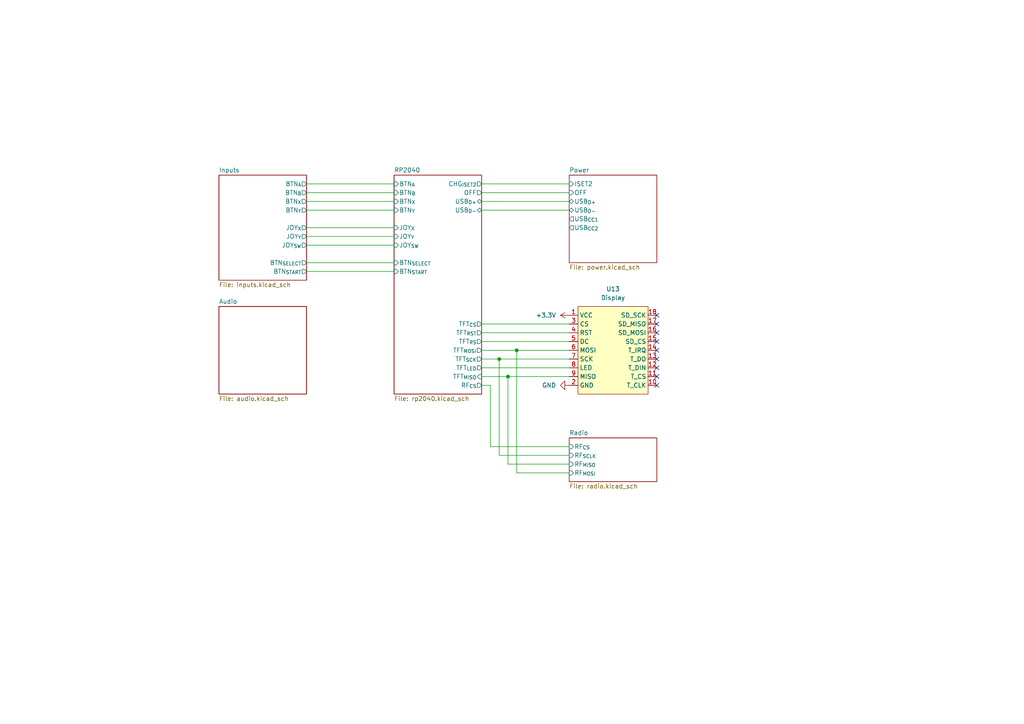
<source format=kicad_sch>
(kicad_sch (version 20230121) (generator eeschema)
  (paper "A4")
  (title_block (title "Křeček"))
  (lib_symbols
    (symbol "Krecek:TftDisplay"
      (property "Reference" "U" (at 0 13.97 0))
      (property "Value" "Display" (at 0 -13.97 0))
      (symbol "TftDisplay_1_1"
        (rectangle (start -10.16 12.7) (end 10.16 -12.7) (fill (type background)))
        (pin power_in line (at -12.7 10.16 0) (length 2.54) (name "VCC") (number "1"))
        (pin input line (at 12.7 -10.16 180) (length 2.54) (name "T_CLK") (number "10"))
        (pin input line (at 12.7 -7.62 180) (length 2.54) (name "T_CS") (number "11"))
        (pin input line (at 12.7 -5.08 180) (length 2.54) (name "T_DIN") (number "12"))
        (pin output line (at 12.7 -2.54 180) (length 2.54) (name "T_DO") (number "13"))
        (pin output line (at 12.7 0 180) (length 2.54) (name "T_IRQ") (number "14"))
        (pin input line (at 12.7 2.54 180) (length 2.54) (name "SD_CS") (number "15"))
        (pin input line (at 12.7 5.08 180) (length 2.54) (name "SD_MOSI") (number "16"))
        (pin output line (at 12.7 7.62 180) (length 2.54) (name "SD_MISO") (number "17"))
        (pin input line (at 12.7 10.16 180) (length 2.54) (name "SD_SCK") (number "18"))
        (pin power_in line (at -12.7 -10.16 0) (length 2.54) (name "GND") (number "2"))
        (pin input line (at -12.7 7.62 0) (length 2.54) (name "CS") (number "3"))
        (pin input line (at -12.7 5.08 0) (length 2.54) (name "RST") (number "4"))
        (pin input line (at -12.7 2.54 0) (length 2.54) (name "DC") (number "5"))
        (pin input line (at -12.7 0 0) (length 2.54) (name "MOSI") (number "6"))
        (pin input line (at -12.7 -2.54 0) (length 2.54) (name "SCK") (number "7"))
        (pin input line (at -12.7 -5.08 0) (length 2.54) (name "LED") (number "8"))
        (pin output line (at -12.7 -7.62 0) (length 2.54) (name "MISO") (number "9"))
      )
    )
    (symbol "power:+3.3V" (power) (pin_names (offset 0))
      (property "Value" "+3.3V" (at 0 3.556 0))
      (symbol "+3.3V_0_1"
        (polyline (pts (xy -0.762 1.27) (xy 0 2.54)))
        (polyline (pts (xy 0 0) (xy 0 2.54)))
        (polyline (pts (xy 0 2.54) (xy 0.762 1.27)))
      )
      (symbol "+3.3V_1_1"
        (pin power_in line (at 0 0 90) (length 0) hide (name "+3.3V") (number "1"))
      )
    )
    (symbol "power:GND" (power) (pin_names (offset 0))
      (property "Value" "GND" (at 0 -3.81 0))
      (symbol "GND_0_1"
        (polyline (pts (xy 0 0) (xy 0 -1.27) (xy 1.27 -1.27) (xy 0 -2.54) (xy -1.27 -1.27) (xy 0 -1.27)))
      )
      (symbol "GND_1_1"
        (pin power_in line (at 0 0 270) (length 0) hide (name "GND") (number "1"))
      )
    )
  )
  (junction (at 147.32 109.22))
  (junction (at 144.78 104.14))
  (junction (at 149.86 101.6))
  (no_connect (at 190.5 111.76))
  (no_connect (at 190.5 96.52))
  (no_connect (at 190.5 106.68))
  (no_connect (at 190.5 99.06))
  (no_connect (at 190.5 104.14))
  (no_connect (at 190.5 93.98))
  (no_connect (at 190.5 109.22))
  (no_connect (at 190.5 101.6))
  (no_connect (at 190.5 91.44))
  (wire (pts (xy 139.7 99.06) (xy 165.1 99.06)))
  (wire (pts (xy 144.78 104.14) (xy 165.1 104.14)))
  (wire (pts (xy 165.1 137.16) (xy 149.86 137.16)))
  (wire (pts (xy 142.24 129.54) (xy 165.1 129.54)))
  (wire (pts (xy 88.9 66.04) (xy 114.3 66.04)))
  (wire (pts (xy 139.7 109.22) (xy 147.32 109.22)))
  (wire (pts (xy 147.32 134.62) (xy 147.32 109.22)))
  (wire (pts (xy 88.9 58.42) (xy 114.3 58.42)))
  (wire (pts (xy 88.9 71.12) (xy 114.3 71.12)))
  (wire (pts (xy 88.9 53.34) (xy 114.3 53.34)))
  (wire (pts (xy 149.86 101.6) (xy 165.1 101.6)))
  (wire (pts (xy 88.9 76.2) (xy 114.3 76.2)))
  (wire (pts (xy 88.9 68.58) (xy 114.3 68.58)))
  (wire (pts (xy 147.32 109.22) (xy 165.1 109.22)))
  (wire (pts (xy 139.7 96.52) (xy 165.1 96.52)))
  (wire (pts (xy 88.9 55.88) (xy 114.3 55.88)))
  (wire (pts (xy 139.7 93.98) (xy 165.1 93.98)))
  (wire (pts (xy 139.7 60.96) (xy 165.1 60.96)))
  (wire (pts (xy 144.78 132.08) (xy 144.78 104.14)))
  (wire (pts (xy 139.7 104.14) (xy 144.78 104.14)))
  (wire (pts (xy 139.7 101.6) (xy 149.86 101.6)))
  (wire (pts (xy 139.7 106.68) (xy 165.1 106.68)))
  (wire (pts (xy 142.24 111.76) (xy 142.24 129.54)))
  (wire (pts (xy 139.7 111.76) (xy 142.24 111.76)))
  (wire (pts (xy 149.86 137.16) (xy 149.86 101.6)))
  (wire (pts (xy 139.7 58.42) (xy 165.1 58.42)))
  (wire (pts (xy 88.9 60.96) (xy 114.3 60.96)))
  (wire (pts (xy 165.1 132.08) (xy 144.78 132.08)))
  (wire (pts (xy 88.9 78.74) (xy 114.3 78.74)))
  (wire (pts (xy 165.1 134.62) (xy 147.32 134.62)))
  (wire (pts (xy 139.7 55.88) (xy 165.1 55.88)))
  (wire (pts (xy 139.7 53.34) (xy 165.1 53.34)))
  (symbol (lib_id "Krecek:TftDisplay") (at 177.8 101.6 0) (unit 1)
    (property "Reference" "U13" (at 177.8 83.82 0))
    (property "Value" "Display" (at 177.8 86.36 0))
    (property "Footprint" "Krecek:TftDisplay" (effects hide))
  )
  (symbol (lib_id "power:GND") (at 165.1 111.76 270) (unit 1)
    (property "Reference" "#PWR034" (effects hide))
    (property "Value" "GND" (at 161.29 111.76 90) (effects (justify right)))
  )
  (symbol (lib_id "power:+3.3V") (at 165.1 91.44 90) (unit 1)
    (property "Reference" "#PWR033" (effects hide))
    (property "Value" "+3.3V" (at 161.29 91.44 90) (effects (justify left)))
  )
  (sheet (at 63.5 50.8) (size 25.4 30.48) (stroke (width 0.1524))
    (property "Sheetname" "Inputs" (at 63.5 50.0884 0) (effects (justify left bottom)))
    (property "Sheetfile" "inputs.kicad_sch" (at 63.5 81.8646 0) (effects (justify left top)))
    (pin "BTN_{Y}" output (at 88.9 60.96 0))
    (pin "BTN_{X}" output (at 88.9 58.42 0))
    (pin "BTN_{A}" output (at 88.9 53.34 0))
    (pin "BTN_{B}" output (at 88.9 55.88 0))
    (pin "JOY_{Y}" output (at 88.9 68.58 0))
    (pin "JOY_{X}" output (at 88.9 66.04 0))
    (pin "JOY_{SW}" output (at 88.9 71.12 0))
    (pin "BTN_{SELECT}" output (at 88.9 76.2 0))
    (pin "BTN_{START}" output (at 88.9 78.74 0))
  )
  (sheet (at 165.1 127) (size 25.4 12.7) (stroke (width 0.1524))
    (property "Sheetname" "Radio" (at 165.1 126.2884 0) (effects (justify left bottom)))
    (property "Sheetfile" "radio.kicad_sch" (at 165.1 140.2846 0) (effects (justify left top)))
    (pin "RF_{CS}" input (at 165.1 129.54 180))
    (pin "RF_{SCLK}" input (at 165.1 132.08 180))
    (pin "RF_{MISO}" input (at 165.1 134.62 180))
    (pin "RF_{MOSI}" input (at 165.1 137.16 180))
  )
  (sheet (at 114.3 50.8) (size 25.4 63.5) (stroke (width 0.1524))
    (property "Sheetname" "RP2040" (at 114.3 50.0884 0) (effects (justify left bottom)))
    (property "Sheetfile" "rp2040.kicad_sch" (at 114.3 114.8846 0) (effects (justify left top)))
    (pin "CHG_{ISET2}" output (at 139.7 53.34 0))
    (pin "OFF" output (at 139.7 55.88 0))
    (pin "TFT_{LED}" output (at 139.7 106.68 0))
    (pin "TFT_{SCK}" output (at 139.7 104.14 0))
    (pin "TFT_{CS}" output (at 139.7 93.98 0))
    (pin "TFT_{MISO}" input (at 139.7 109.22 0))
    (pin "TFT_{MOSI}" output (at 139.7 101.6 0))
    (pin "TFT_{RS}" output (at 139.7 99.06 0))
    (pin "TFT_{RST}" output (at 139.7 96.52 0))
    (pin "RF_{CS}" output (at 139.7 111.76 0))
    (pin "BTN_{X}" input (at 114.3 58.42 180))
    (pin "BTN_{Y}" input (at 114.3 60.96 180))
    (pin "JOY_{SW}" input (at 114.3 71.12 180))
    (pin "BTN_{START}" input (at 114.3 78.74 180))
    (pin "BTN_{SELECT}" input (at 114.3 76.2 180))
    (pin "JOY_{X}" input (at 114.3 66.04 180))
    (pin "JOY_{Y}" input (at 114.3 68.58 180))
    (pin "BTN_{A}" input (at 114.3 53.34 180))
    (pin "BTN_{B}" input (at 114.3 55.88 180))
    (pin "USB_{D+}" bidirectional (at 139.7 58.42 0))
    (pin "USB_{D-}" bidirectional (at 139.7 60.96 0))
  )
  (sheet (at 63.5 88.9) (size 25.4 25.4) (stroke (width 0.1524))
    (property "Sheetname" "Audio" (at 63.5 88.1884 0) (effects (justify left bottom)))
    (property "Sheetfile" "audio.kicad_sch" (at 63.5 114.8846 0) (effects (justify left top)))
  )
  (sheet (at 165.1 50.8) (size 25.4 25.4) (stroke (width 0.1524))
    (property "Sheetname" "Power" (at 165.1 50.0884 0) (effects (justify left bottom)))
    (property "Sheetfile" "power.kicad_sch" (at 165.1 76.7846 0) (effects (justify left top)))
    (pin "ISET2" input (at 165.1 53.34 180))
    (pin "OFF" input (at 165.1 55.88 180))
    (pin "USB_{D+}" bidirectional (at 165.1 58.42 180))
    (pin "USB_{D-}" bidirectional (at 165.1 60.96 180))
    (pin "USB_{CC1}" output (at 165.1 63.5 180))
    (pin "USB_{CC2}" output (at 165.1 66.04 180))
  )
)
</source>
